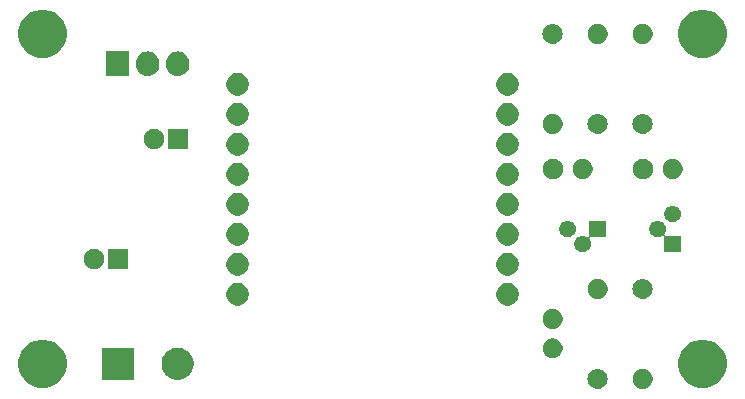
<source format=gts>
G04 #@! TF.GenerationSoftware,KiCad,Pcbnew,5.0.2+dfsg1-1*
G04 #@! TF.CreationDate,2019-01-29T13:39:18+01:00*
G04 #@! TF.ProjectId,wifi_noise_gen,77696669-5f6e-46f6-9973-655f67656e2e,rev?*
G04 #@! TF.SameCoordinates,Original*
G04 #@! TF.FileFunction,Soldermask,Top*
G04 #@! TF.FilePolarity,Negative*
%FSLAX46Y46*%
G04 Gerber Fmt 4.6, Leading zero omitted, Abs format (unit mm)*
G04 Created by KiCad (PCBNEW 5.0.2+dfsg1-1) date Tue 29 Jan 2019 01:39:18 PM STD*
%MOMM*%
%LPD*%
G01*
G04 APERTURE LIST*
%ADD10C,0.100000*%
G04 APERTURE END LIST*
D10*
G36*
X147568228Y-98241703D02*
X147723100Y-98305853D01*
X147862481Y-98398985D01*
X147981015Y-98517519D01*
X148074147Y-98656900D01*
X148138297Y-98811772D01*
X148171000Y-98976184D01*
X148171000Y-99143816D01*
X148138297Y-99308228D01*
X148074147Y-99463100D01*
X147981015Y-99602481D01*
X147862481Y-99721015D01*
X147723100Y-99814147D01*
X147568228Y-99878297D01*
X147403816Y-99911000D01*
X147236184Y-99911000D01*
X147071772Y-99878297D01*
X146916900Y-99814147D01*
X146777519Y-99721015D01*
X146658985Y-99602481D01*
X146565853Y-99463100D01*
X146501703Y-99308228D01*
X146469000Y-99143816D01*
X146469000Y-98976184D01*
X146501703Y-98811772D01*
X146565853Y-98656900D01*
X146658985Y-98517519D01*
X146777519Y-98398985D01*
X146916900Y-98305853D01*
X147071772Y-98241703D01*
X147236184Y-98209000D01*
X147403816Y-98209000D01*
X147568228Y-98241703D01*
X147568228Y-98241703D01*
G37*
G36*
X143676821Y-98221313D02*
X143676824Y-98221314D01*
X143676825Y-98221314D01*
X143837239Y-98269975D01*
X143837241Y-98269976D01*
X143837244Y-98269977D01*
X143985078Y-98348995D01*
X144114659Y-98455341D01*
X144221005Y-98584922D01*
X144300023Y-98732756D01*
X144300024Y-98732759D01*
X144300025Y-98732761D01*
X144348686Y-98893175D01*
X144348687Y-98893179D01*
X144365117Y-99060000D01*
X144348687Y-99226821D01*
X144348686Y-99226824D01*
X144348686Y-99226825D01*
X144301276Y-99383116D01*
X144300023Y-99387244D01*
X144221005Y-99535078D01*
X144114659Y-99664659D01*
X143985078Y-99771005D01*
X143837244Y-99850023D01*
X143837241Y-99850024D01*
X143837239Y-99850025D01*
X143676825Y-99898686D01*
X143676824Y-99898686D01*
X143676821Y-99898687D01*
X143551804Y-99911000D01*
X143468196Y-99911000D01*
X143343179Y-99898687D01*
X143343176Y-99898686D01*
X143343175Y-99898686D01*
X143182761Y-99850025D01*
X143182759Y-99850024D01*
X143182756Y-99850023D01*
X143034922Y-99771005D01*
X142905341Y-99664659D01*
X142798995Y-99535078D01*
X142719977Y-99387244D01*
X142718725Y-99383116D01*
X142671314Y-99226825D01*
X142671314Y-99226824D01*
X142671313Y-99226821D01*
X142654883Y-99060000D01*
X142671313Y-98893179D01*
X142671314Y-98893175D01*
X142719975Y-98732761D01*
X142719976Y-98732759D01*
X142719977Y-98732756D01*
X142798995Y-98584922D01*
X142905341Y-98455341D01*
X143034922Y-98348995D01*
X143182756Y-98269977D01*
X143182759Y-98269976D01*
X143182761Y-98269975D01*
X143343175Y-98221314D01*
X143343176Y-98221314D01*
X143343179Y-98221313D01*
X143468196Y-98209000D01*
X143551804Y-98209000D01*
X143676821Y-98221313D01*
X143676821Y-98221313D01*
G37*
G36*
X97118252Y-95817818D02*
X97118254Y-95817819D01*
X97118255Y-95817819D01*
X97491513Y-95972427D01*
X97822905Y-96193857D01*
X97827439Y-96196886D01*
X98113114Y-96482561D01*
X98113116Y-96482564D01*
X98337573Y-96818487D01*
X98471168Y-97141015D01*
X98492182Y-97191748D01*
X98571000Y-97587993D01*
X98571000Y-97992007D01*
X98499991Y-98348996D01*
X98492181Y-98388255D01*
X98337573Y-98761513D01*
X98337572Y-98761514D01*
X98113114Y-99097439D01*
X97827439Y-99383114D01*
X97827436Y-99383116D01*
X97491513Y-99607573D01*
X97118255Y-99762181D01*
X97118254Y-99762181D01*
X97118252Y-99762182D01*
X96722007Y-99841000D01*
X96317993Y-99841000D01*
X95921748Y-99762182D01*
X95921746Y-99762181D01*
X95921745Y-99762181D01*
X95548487Y-99607573D01*
X95212564Y-99383116D01*
X95212561Y-99383114D01*
X94926886Y-99097439D01*
X94702428Y-98761514D01*
X94702427Y-98761513D01*
X94547819Y-98388255D01*
X94540010Y-98348996D01*
X94469000Y-97992007D01*
X94469000Y-97587993D01*
X94547818Y-97191748D01*
X94568832Y-97141015D01*
X94702427Y-96818487D01*
X94926884Y-96482564D01*
X94926886Y-96482561D01*
X95212561Y-96196886D01*
X95217095Y-96193857D01*
X95548487Y-95972427D01*
X95921745Y-95817819D01*
X95921746Y-95817819D01*
X95921748Y-95817818D01*
X96317993Y-95739000D01*
X96722007Y-95739000D01*
X97118252Y-95817818D01*
X97118252Y-95817818D01*
G37*
G36*
X152998252Y-95817818D02*
X152998254Y-95817819D01*
X152998255Y-95817819D01*
X153371513Y-95972427D01*
X153702905Y-96193857D01*
X153707439Y-96196886D01*
X153993114Y-96482561D01*
X153993116Y-96482564D01*
X154217573Y-96818487D01*
X154351168Y-97141015D01*
X154372182Y-97191748D01*
X154451000Y-97587993D01*
X154451000Y-97992007D01*
X154379991Y-98348996D01*
X154372181Y-98388255D01*
X154217573Y-98761513D01*
X154217572Y-98761514D01*
X153993114Y-99097439D01*
X153707439Y-99383114D01*
X153707436Y-99383116D01*
X153371513Y-99607573D01*
X152998255Y-99762181D01*
X152998254Y-99762181D01*
X152998252Y-99762182D01*
X152602007Y-99841000D01*
X152197993Y-99841000D01*
X151801748Y-99762182D01*
X151801746Y-99762181D01*
X151801745Y-99762181D01*
X151428487Y-99607573D01*
X151092564Y-99383116D01*
X151092561Y-99383114D01*
X150806886Y-99097439D01*
X150582428Y-98761514D01*
X150582427Y-98761513D01*
X150427819Y-98388255D01*
X150420010Y-98348996D01*
X150349000Y-97992007D01*
X150349000Y-97587993D01*
X150427818Y-97191748D01*
X150448832Y-97141015D01*
X150582427Y-96818487D01*
X150806884Y-96482564D01*
X150806886Y-96482561D01*
X151092561Y-96196886D01*
X151097095Y-96193857D01*
X151428487Y-95972427D01*
X151801745Y-95817819D01*
X151801746Y-95817819D01*
X151801748Y-95817818D01*
X152197993Y-95739000D01*
X152602007Y-95739000D01*
X152998252Y-95817818D01*
X152998252Y-95817818D01*
G37*
G36*
X108213567Y-96464959D02*
X108344072Y-96490918D01*
X108589939Y-96592759D01*
X108792681Y-96728228D01*
X108811215Y-96740612D01*
X108999388Y-96928785D01*
X108999390Y-96928788D01*
X109147241Y-97150061D01*
X109249082Y-97395928D01*
X109301000Y-97656938D01*
X109301000Y-97923062D01*
X109249082Y-98184072D01*
X109147241Y-98429939D01*
X108999890Y-98650464D01*
X108999388Y-98651215D01*
X108811215Y-98839388D01*
X108811212Y-98839390D01*
X108589939Y-98987241D01*
X108344072Y-99089082D01*
X108302058Y-99097439D01*
X108083063Y-99141000D01*
X107816937Y-99141000D01*
X107597942Y-99097439D01*
X107555928Y-99089082D01*
X107310061Y-98987241D01*
X107088788Y-98839390D01*
X107088785Y-98839388D01*
X106900612Y-98651215D01*
X106900110Y-98650464D01*
X106752759Y-98429939D01*
X106650918Y-98184072D01*
X106599000Y-97923062D01*
X106599000Y-97656938D01*
X106650918Y-97395928D01*
X106752759Y-97150061D01*
X106900610Y-96928788D01*
X106900612Y-96928785D01*
X107088785Y-96740612D01*
X107107319Y-96728228D01*
X107310061Y-96592759D01*
X107555928Y-96490918D01*
X107686433Y-96464959D01*
X107816937Y-96439000D01*
X108083063Y-96439000D01*
X108213567Y-96464959D01*
X108213567Y-96464959D01*
G37*
G36*
X104221000Y-99141000D02*
X101519000Y-99141000D01*
X101519000Y-96439000D01*
X104221000Y-96439000D01*
X104221000Y-99141000D01*
X104221000Y-99141000D01*
G37*
G36*
X139948228Y-95661703D02*
X140103100Y-95725853D01*
X140242481Y-95818985D01*
X140361015Y-95937519D01*
X140454147Y-96076900D01*
X140518297Y-96231772D01*
X140551000Y-96396184D01*
X140551000Y-96563816D01*
X140518297Y-96728228D01*
X140454147Y-96883100D01*
X140361015Y-97022481D01*
X140242481Y-97141015D01*
X140103100Y-97234147D01*
X139948228Y-97298297D01*
X139783816Y-97331000D01*
X139616184Y-97331000D01*
X139451772Y-97298297D01*
X139296900Y-97234147D01*
X139157519Y-97141015D01*
X139038985Y-97022481D01*
X138945853Y-96883100D01*
X138881703Y-96728228D01*
X138849000Y-96563816D01*
X138849000Y-96396184D01*
X138881703Y-96231772D01*
X138945853Y-96076900D01*
X139038985Y-95937519D01*
X139157519Y-95818985D01*
X139296900Y-95725853D01*
X139451772Y-95661703D01*
X139616184Y-95629000D01*
X139783816Y-95629000D01*
X139948228Y-95661703D01*
X139948228Y-95661703D01*
G37*
G36*
X139948228Y-93161703D02*
X140103100Y-93225853D01*
X140242481Y-93318985D01*
X140361015Y-93437519D01*
X140454147Y-93576900D01*
X140518297Y-93731772D01*
X140551000Y-93896184D01*
X140551000Y-94063816D01*
X140518297Y-94228228D01*
X140454147Y-94383100D01*
X140361015Y-94522481D01*
X140242481Y-94641015D01*
X140103100Y-94734147D01*
X139948228Y-94798297D01*
X139783816Y-94831000D01*
X139616184Y-94831000D01*
X139451772Y-94798297D01*
X139296900Y-94734147D01*
X139157519Y-94641015D01*
X139038985Y-94522481D01*
X138945853Y-94383100D01*
X138881703Y-94228228D01*
X138849000Y-94063816D01*
X138849000Y-93896184D01*
X138881703Y-93731772D01*
X138945853Y-93576900D01*
X139038985Y-93437519D01*
X139157519Y-93318985D01*
X139296900Y-93225853D01*
X139451772Y-93161703D01*
X139616184Y-93129000D01*
X139783816Y-93129000D01*
X139948228Y-93161703D01*
X139948228Y-93161703D01*
G37*
G36*
X136167396Y-90987281D02*
X136340466Y-91058969D01*
X136496230Y-91163047D01*
X136628688Y-91295505D01*
X136732766Y-91451269D01*
X136804454Y-91624339D01*
X136841000Y-91808068D01*
X136841000Y-91995402D01*
X136804454Y-92179131D01*
X136732766Y-92352201D01*
X136628688Y-92507965D01*
X136496230Y-92640423D01*
X136340466Y-92744501D01*
X136167396Y-92816189D01*
X135983667Y-92852735D01*
X135796333Y-92852735D01*
X135612604Y-92816189D01*
X135439534Y-92744501D01*
X135283770Y-92640423D01*
X135151312Y-92507965D01*
X135047234Y-92352201D01*
X134975546Y-92179131D01*
X134939000Y-91995402D01*
X134939000Y-91808068D01*
X134975546Y-91624339D01*
X135047234Y-91451269D01*
X135151312Y-91295505D01*
X135283770Y-91163047D01*
X135439534Y-91058969D01*
X135612604Y-90987281D01*
X135796333Y-90950735D01*
X135983667Y-90950735D01*
X136167396Y-90987281D01*
X136167396Y-90987281D01*
G37*
G36*
X113307396Y-90987281D02*
X113480466Y-91058969D01*
X113636230Y-91163047D01*
X113768688Y-91295505D01*
X113872766Y-91451269D01*
X113944454Y-91624339D01*
X113981000Y-91808068D01*
X113981000Y-91995402D01*
X113944454Y-92179131D01*
X113872766Y-92352201D01*
X113768688Y-92507965D01*
X113636230Y-92640423D01*
X113480466Y-92744501D01*
X113307396Y-92816189D01*
X113123667Y-92852735D01*
X112936333Y-92852735D01*
X112752604Y-92816189D01*
X112579534Y-92744501D01*
X112423770Y-92640423D01*
X112291312Y-92507965D01*
X112187234Y-92352201D01*
X112115546Y-92179131D01*
X112079000Y-91995402D01*
X112079000Y-91808068D01*
X112115546Y-91624339D01*
X112187234Y-91451269D01*
X112291312Y-91295505D01*
X112423770Y-91163047D01*
X112579534Y-91058969D01*
X112752604Y-90987281D01*
X112936333Y-90950735D01*
X113123667Y-90950735D01*
X113307396Y-90987281D01*
X113307396Y-90987281D01*
G37*
G36*
X147486821Y-90601313D02*
X147486824Y-90601314D01*
X147486825Y-90601314D01*
X147647239Y-90649975D01*
X147647241Y-90649976D01*
X147647244Y-90649977D01*
X147795078Y-90728995D01*
X147924659Y-90835341D01*
X148031005Y-90964922D01*
X148110023Y-91112756D01*
X148110024Y-91112759D01*
X148110025Y-91112761D01*
X148158686Y-91273175D01*
X148158687Y-91273179D01*
X148175117Y-91440000D01*
X148158687Y-91606821D01*
X148158686Y-91606824D01*
X148158686Y-91606825D01*
X148133993Y-91688228D01*
X148110023Y-91767244D01*
X148031005Y-91915078D01*
X147924659Y-92044659D01*
X147795078Y-92151005D01*
X147647244Y-92230023D01*
X147647241Y-92230024D01*
X147647239Y-92230025D01*
X147486825Y-92278686D01*
X147486824Y-92278686D01*
X147486821Y-92278687D01*
X147361804Y-92291000D01*
X147278196Y-92291000D01*
X147153179Y-92278687D01*
X147153176Y-92278686D01*
X147153175Y-92278686D01*
X146992761Y-92230025D01*
X146992759Y-92230024D01*
X146992756Y-92230023D01*
X146844922Y-92151005D01*
X146715341Y-92044659D01*
X146608995Y-91915078D01*
X146529977Y-91767244D01*
X146506008Y-91688228D01*
X146481314Y-91606825D01*
X146481314Y-91606824D01*
X146481313Y-91606821D01*
X146464883Y-91440000D01*
X146481313Y-91273179D01*
X146481314Y-91273175D01*
X146529975Y-91112761D01*
X146529976Y-91112759D01*
X146529977Y-91112756D01*
X146608995Y-90964922D01*
X146715341Y-90835341D01*
X146844922Y-90728995D01*
X146992756Y-90649977D01*
X146992759Y-90649976D01*
X146992761Y-90649975D01*
X147153175Y-90601314D01*
X147153176Y-90601314D01*
X147153179Y-90601313D01*
X147278196Y-90589000D01*
X147361804Y-90589000D01*
X147486821Y-90601313D01*
X147486821Y-90601313D01*
G37*
G36*
X143758228Y-90621703D02*
X143913100Y-90685853D01*
X144052481Y-90778985D01*
X144171015Y-90897519D01*
X144264147Y-91036900D01*
X144328297Y-91191772D01*
X144361000Y-91356184D01*
X144361000Y-91523816D01*
X144328297Y-91688228D01*
X144264147Y-91843100D01*
X144171015Y-91982481D01*
X144052481Y-92101015D01*
X143913100Y-92194147D01*
X143758228Y-92258297D01*
X143593816Y-92291000D01*
X143426184Y-92291000D01*
X143261772Y-92258297D01*
X143106900Y-92194147D01*
X142967519Y-92101015D01*
X142848985Y-91982481D01*
X142755853Y-91843100D01*
X142691703Y-91688228D01*
X142659000Y-91523816D01*
X142659000Y-91356184D01*
X142691703Y-91191772D01*
X142755853Y-91036900D01*
X142848985Y-90897519D01*
X142967519Y-90778985D01*
X143106900Y-90685853D01*
X143261772Y-90621703D01*
X143426184Y-90589000D01*
X143593816Y-90589000D01*
X143758228Y-90621703D01*
X143758228Y-90621703D01*
G37*
G36*
X136167396Y-88447281D02*
X136340466Y-88518969D01*
X136496230Y-88623047D01*
X136628688Y-88755505D01*
X136732766Y-88911269D01*
X136804454Y-89084339D01*
X136841000Y-89268068D01*
X136841000Y-89455402D01*
X136804454Y-89639131D01*
X136732766Y-89812201D01*
X136628688Y-89967965D01*
X136496230Y-90100423D01*
X136340466Y-90204501D01*
X136167396Y-90276189D01*
X135983667Y-90312735D01*
X135796333Y-90312735D01*
X135612604Y-90276189D01*
X135439534Y-90204501D01*
X135283770Y-90100423D01*
X135151312Y-89967965D01*
X135047234Y-89812201D01*
X134975546Y-89639131D01*
X134939000Y-89455402D01*
X134939000Y-89268068D01*
X134975546Y-89084339D01*
X135047234Y-88911269D01*
X135151312Y-88755505D01*
X135283770Y-88623047D01*
X135439534Y-88518969D01*
X135612604Y-88447281D01*
X135796333Y-88410735D01*
X135983667Y-88410735D01*
X136167396Y-88447281D01*
X136167396Y-88447281D01*
G37*
G36*
X113307396Y-88447281D02*
X113480466Y-88518969D01*
X113636230Y-88623047D01*
X113768688Y-88755505D01*
X113872766Y-88911269D01*
X113944454Y-89084339D01*
X113981000Y-89268068D01*
X113981000Y-89455402D01*
X113944454Y-89639131D01*
X113872766Y-89812201D01*
X113768688Y-89967965D01*
X113636230Y-90100423D01*
X113480466Y-90204501D01*
X113307396Y-90276189D01*
X113123667Y-90312735D01*
X112936333Y-90312735D01*
X112752604Y-90276189D01*
X112579534Y-90204501D01*
X112423770Y-90100423D01*
X112291312Y-89967965D01*
X112187234Y-89812201D01*
X112115546Y-89639131D01*
X112079000Y-89455402D01*
X112079000Y-89268068D01*
X112115546Y-89084339D01*
X112187234Y-88911269D01*
X112291312Y-88755505D01*
X112423770Y-88623047D01*
X112579534Y-88518969D01*
X112752604Y-88447281D01*
X112936333Y-88410735D01*
X113123667Y-88410735D01*
X113307396Y-88447281D01*
X113307396Y-88447281D01*
G37*
G36*
X103721000Y-89751000D02*
X102019000Y-89751000D01*
X102019000Y-88049000D01*
X103721000Y-88049000D01*
X103721000Y-89751000D01*
X103721000Y-89751000D01*
G37*
G36*
X101118228Y-88081703D02*
X101273100Y-88145853D01*
X101412481Y-88238985D01*
X101531015Y-88357519D01*
X101624147Y-88496900D01*
X101688297Y-88651772D01*
X101721000Y-88816184D01*
X101721000Y-88983816D01*
X101688297Y-89148228D01*
X101624147Y-89303100D01*
X101531015Y-89442481D01*
X101412481Y-89561015D01*
X101273100Y-89654147D01*
X101118228Y-89718297D01*
X100953816Y-89751000D01*
X100786184Y-89751000D01*
X100621772Y-89718297D01*
X100466900Y-89654147D01*
X100327519Y-89561015D01*
X100208985Y-89442481D01*
X100115853Y-89303100D01*
X100051703Y-89148228D01*
X100019000Y-88983816D01*
X100019000Y-88816184D01*
X100051703Y-88651772D01*
X100115853Y-88496900D01*
X100208985Y-88357519D01*
X100327519Y-88238985D01*
X100466900Y-88145853D01*
X100621772Y-88081703D01*
X100786184Y-88049000D01*
X100953816Y-88049000D01*
X101118228Y-88081703D01*
X101118228Y-88081703D01*
G37*
G36*
X144211000Y-87061000D02*
X142936751Y-87061000D01*
X142912365Y-87063402D01*
X142888916Y-87070515D01*
X142867305Y-87082066D01*
X142848363Y-87097612D01*
X142832817Y-87116554D01*
X142821266Y-87138165D01*
X142814153Y-87161614D01*
X142811751Y-87186000D01*
X142814153Y-87210386D01*
X142821266Y-87233835D01*
X142832817Y-87255446D01*
X142861218Y-87297951D01*
X142914062Y-87425528D01*
X142941000Y-87560956D01*
X142941000Y-87699044D01*
X142914062Y-87834472D01*
X142861218Y-87962049D01*
X142784500Y-88076865D01*
X142686865Y-88174500D01*
X142572049Y-88251218D01*
X142444472Y-88304062D01*
X142309044Y-88331000D01*
X142170956Y-88331000D01*
X142035528Y-88304062D01*
X141907951Y-88251218D01*
X141793135Y-88174500D01*
X141695500Y-88076865D01*
X141618782Y-87962049D01*
X141565938Y-87834472D01*
X141539000Y-87699044D01*
X141539000Y-87560956D01*
X141565938Y-87425528D01*
X141618782Y-87297951D01*
X141695500Y-87183135D01*
X141793135Y-87085500D01*
X141907951Y-87008782D01*
X142035528Y-86955938D01*
X142170956Y-86929000D01*
X142309044Y-86929000D01*
X142444472Y-86955938D01*
X142572049Y-87008782D01*
X142614554Y-87037183D01*
X142636165Y-87048734D01*
X142659614Y-87055847D01*
X142684000Y-87058249D01*
X142708386Y-87055847D01*
X142731836Y-87048734D01*
X142753446Y-87037183D01*
X142772388Y-87021637D01*
X142787934Y-87002695D01*
X142799485Y-86981084D01*
X142806598Y-86957635D01*
X142809000Y-86933249D01*
X142809000Y-85659000D01*
X144211000Y-85659000D01*
X144211000Y-87061000D01*
X144211000Y-87061000D01*
G37*
G36*
X148794472Y-85685938D02*
X148922049Y-85738782D01*
X149036865Y-85815500D01*
X149134500Y-85913135D01*
X149211218Y-86027951D01*
X149264062Y-86155528D01*
X149291000Y-86290956D01*
X149291000Y-86429044D01*
X149264062Y-86564472D01*
X149211218Y-86692049D01*
X149182817Y-86734554D01*
X149171266Y-86756165D01*
X149164153Y-86779614D01*
X149161751Y-86804000D01*
X149164153Y-86828386D01*
X149171266Y-86851836D01*
X149182817Y-86873446D01*
X149198363Y-86892388D01*
X149217305Y-86907934D01*
X149238916Y-86919485D01*
X149262365Y-86926598D01*
X149286751Y-86929000D01*
X150561000Y-86929000D01*
X150561000Y-88331000D01*
X149159000Y-88331000D01*
X149159000Y-87056751D01*
X149156598Y-87032365D01*
X149149485Y-87008916D01*
X149137934Y-86987305D01*
X149122388Y-86968363D01*
X149103446Y-86952817D01*
X149081835Y-86941266D01*
X149058386Y-86934153D01*
X149034000Y-86931751D01*
X149009614Y-86934153D01*
X148986165Y-86941266D01*
X148964554Y-86952817D01*
X148922049Y-86981218D01*
X148794472Y-87034062D01*
X148659044Y-87061000D01*
X148520956Y-87061000D01*
X148385528Y-87034062D01*
X148257951Y-86981218D01*
X148143135Y-86904500D01*
X148045500Y-86806865D01*
X147968782Y-86692049D01*
X147915938Y-86564472D01*
X147889000Y-86429044D01*
X147889000Y-86290956D01*
X147915938Y-86155528D01*
X147968782Y-86027951D01*
X148045500Y-85913135D01*
X148143135Y-85815500D01*
X148257951Y-85738782D01*
X148385528Y-85685938D01*
X148520956Y-85659000D01*
X148659044Y-85659000D01*
X148794472Y-85685938D01*
X148794472Y-85685938D01*
G37*
G36*
X136167396Y-85907281D02*
X136340466Y-85978969D01*
X136496230Y-86083047D01*
X136628688Y-86215505D01*
X136732766Y-86371269D01*
X136804454Y-86544339D01*
X136841000Y-86728068D01*
X136841000Y-86915402D01*
X136804454Y-87099131D01*
X136732766Y-87272201D01*
X136628688Y-87427965D01*
X136496230Y-87560423D01*
X136340466Y-87664501D01*
X136167396Y-87736189D01*
X135983667Y-87772735D01*
X135796333Y-87772735D01*
X135612604Y-87736189D01*
X135439534Y-87664501D01*
X135283770Y-87560423D01*
X135151312Y-87427965D01*
X135047234Y-87272201D01*
X134975546Y-87099131D01*
X134939000Y-86915402D01*
X134939000Y-86728068D01*
X134975546Y-86544339D01*
X135047234Y-86371269D01*
X135151312Y-86215505D01*
X135283770Y-86083047D01*
X135439534Y-85978969D01*
X135612604Y-85907281D01*
X135796333Y-85870735D01*
X135983667Y-85870735D01*
X136167396Y-85907281D01*
X136167396Y-85907281D01*
G37*
G36*
X113307396Y-85907281D02*
X113480466Y-85978969D01*
X113636230Y-86083047D01*
X113768688Y-86215505D01*
X113872766Y-86371269D01*
X113944454Y-86544339D01*
X113981000Y-86728068D01*
X113981000Y-86915402D01*
X113944454Y-87099131D01*
X113872766Y-87272201D01*
X113768688Y-87427965D01*
X113636230Y-87560423D01*
X113480466Y-87664501D01*
X113307396Y-87736189D01*
X113123667Y-87772735D01*
X112936333Y-87772735D01*
X112752604Y-87736189D01*
X112579534Y-87664501D01*
X112423770Y-87560423D01*
X112291312Y-87427965D01*
X112187234Y-87272201D01*
X112115546Y-87099131D01*
X112079000Y-86915402D01*
X112079000Y-86728068D01*
X112115546Y-86544339D01*
X112187234Y-86371269D01*
X112291312Y-86215505D01*
X112423770Y-86083047D01*
X112579534Y-85978969D01*
X112752604Y-85907281D01*
X112936333Y-85870735D01*
X113123667Y-85870735D01*
X113307396Y-85907281D01*
X113307396Y-85907281D01*
G37*
G36*
X141174472Y-85685938D02*
X141302049Y-85738782D01*
X141416865Y-85815500D01*
X141514500Y-85913135D01*
X141591218Y-86027951D01*
X141644062Y-86155528D01*
X141671000Y-86290956D01*
X141671000Y-86429044D01*
X141644062Y-86564472D01*
X141591218Y-86692049D01*
X141514500Y-86806865D01*
X141416865Y-86904500D01*
X141302049Y-86981218D01*
X141174472Y-87034062D01*
X141039044Y-87061000D01*
X140900956Y-87061000D01*
X140765528Y-87034062D01*
X140637951Y-86981218D01*
X140523135Y-86904500D01*
X140425500Y-86806865D01*
X140348782Y-86692049D01*
X140295938Y-86564472D01*
X140269000Y-86429044D01*
X140269000Y-86290956D01*
X140295938Y-86155528D01*
X140348782Y-86027951D01*
X140425500Y-85913135D01*
X140523135Y-85815500D01*
X140637951Y-85738782D01*
X140765528Y-85685938D01*
X140900956Y-85659000D01*
X141039044Y-85659000D01*
X141174472Y-85685938D01*
X141174472Y-85685938D01*
G37*
G36*
X150064472Y-84415938D02*
X150192049Y-84468782D01*
X150306865Y-84545500D01*
X150404500Y-84643135D01*
X150481218Y-84757951D01*
X150534062Y-84885528D01*
X150561000Y-85020956D01*
X150561000Y-85159044D01*
X150534062Y-85294472D01*
X150481218Y-85422049D01*
X150404500Y-85536865D01*
X150306865Y-85634500D01*
X150192049Y-85711218D01*
X150064472Y-85764062D01*
X149929044Y-85791000D01*
X149790956Y-85791000D01*
X149655528Y-85764062D01*
X149527951Y-85711218D01*
X149413135Y-85634500D01*
X149315500Y-85536865D01*
X149238782Y-85422049D01*
X149185938Y-85294472D01*
X149159000Y-85159044D01*
X149159000Y-85020956D01*
X149185938Y-84885528D01*
X149238782Y-84757951D01*
X149315500Y-84643135D01*
X149413135Y-84545500D01*
X149527951Y-84468782D01*
X149655528Y-84415938D01*
X149790956Y-84389000D01*
X149929044Y-84389000D01*
X150064472Y-84415938D01*
X150064472Y-84415938D01*
G37*
G36*
X113307396Y-83367281D02*
X113480466Y-83438969D01*
X113636230Y-83543047D01*
X113768688Y-83675505D01*
X113872766Y-83831269D01*
X113944454Y-84004339D01*
X113981000Y-84188068D01*
X113981000Y-84375402D01*
X113944454Y-84559131D01*
X113872766Y-84732201D01*
X113768688Y-84887965D01*
X113636230Y-85020423D01*
X113480466Y-85124501D01*
X113307396Y-85196189D01*
X113123667Y-85232735D01*
X112936333Y-85232735D01*
X112752604Y-85196189D01*
X112579534Y-85124501D01*
X112423770Y-85020423D01*
X112291312Y-84887965D01*
X112187234Y-84732201D01*
X112115546Y-84559131D01*
X112079000Y-84375402D01*
X112079000Y-84188068D01*
X112115546Y-84004339D01*
X112187234Y-83831269D01*
X112291312Y-83675505D01*
X112423770Y-83543047D01*
X112579534Y-83438969D01*
X112752604Y-83367281D01*
X112936333Y-83330735D01*
X113123667Y-83330735D01*
X113307396Y-83367281D01*
X113307396Y-83367281D01*
G37*
G36*
X136167396Y-83367281D02*
X136340466Y-83438969D01*
X136496230Y-83543047D01*
X136628688Y-83675505D01*
X136732766Y-83831269D01*
X136804454Y-84004339D01*
X136841000Y-84188068D01*
X136841000Y-84375402D01*
X136804454Y-84559131D01*
X136732766Y-84732201D01*
X136628688Y-84887965D01*
X136496230Y-85020423D01*
X136340466Y-85124501D01*
X136167396Y-85196189D01*
X135983667Y-85232735D01*
X135796333Y-85232735D01*
X135612604Y-85196189D01*
X135439534Y-85124501D01*
X135283770Y-85020423D01*
X135151312Y-84887965D01*
X135047234Y-84732201D01*
X134975546Y-84559131D01*
X134939000Y-84375402D01*
X134939000Y-84188068D01*
X134975546Y-84004339D01*
X135047234Y-83831269D01*
X135151312Y-83675505D01*
X135283770Y-83543047D01*
X135439534Y-83438969D01*
X135612604Y-83367281D01*
X135796333Y-83330735D01*
X135983667Y-83330735D01*
X136167396Y-83367281D01*
X136167396Y-83367281D01*
G37*
G36*
X136167396Y-80827281D02*
X136340466Y-80898969D01*
X136496230Y-81003047D01*
X136628688Y-81135505D01*
X136732766Y-81291269D01*
X136804454Y-81464339D01*
X136841000Y-81648068D01*
X136841000Y-81835402D01*
X136804454Y-82019131D01*
X136732766Y-82192201D01*
X136628688Y-82347965D01*
X136496230Y-82480423D01*
X136340466Y-82584501D01*
X136167396Y-82656189D01*
X135983667Y-82692735D01*
X135796333Y-82692735D01*
X135612604Y-82656189D01*
X135439534Y-82584501D01*
X135283770Y-82480423D01*
X135151312Y-82347965D01*
X135047234Y-82192201D01*
X134975546Y-82019131D01*
X134939000Y-81835402D01*
X134939000Y-81648068D01*
X134975546Y-81464339D01*
X135047234Y-81291269D01*
X135151312Y-81135505D01*
X135283770Y-81003047D01*
X135439534Y-80898969D01*
X135612604Y-80827281D01*
X135796333Y-80790735D01*
X135983667Y-80790735D01*
X136167396Y-80827281D01*
X136167396Y-80827281D01*
G37*
G36*
X113307396Y-80827281D02*
X113480466Y-80898969D01*
X113636230Y-81003047D01*
X113768688Y-81135505D01*
X113872766Y-81291269D01*
X113944454Y-81464339D01*
X113981000Y-81648068D01*
X113981000Y-81835402D01*
X113944454Y-82019131D01*
X113872766Y-82192201D01*
X113768688Y-82347965D01*
X113636230Y-82480423D01*
X113480466Y-82584501D01*
X113307396Y-82656189D01*
X113123667Y-82692735D01*
X112936333Y-82692735D01*
X112752604Y-82656189D01*
X112579534Y-82584501D01*
X112423770Y-82480423D01*
X112291312Y-82347965D01*
X112187234Y-82192201D01*
X112115546Y-82019131D01*
X112079000Y-81835402D01*
X112079000Y-81648068D01*
X112115546Y-81464339D01*
X112187234Y-81291269D01*
X112291312Y-81135505D01*
X112423770Y-81003047D01*
X112579534Y-80898969D01*
X112752604Y-80827281D01*
X112936333Y-80790735D01*
X113123667Y-80790735D01*
X113307396Y-80827281D01*
X113307396Y-80827281D01*
G37*
G36*
X150108228Y-80461703D02*
X150263100Y-80525853D01*
X150402481Y-80618985D01*
X150521015Y-80737519D01*
X150614147Y-80876900D01*
X150678297Y-81031772D01*
X150711000Y-81196184D01*
X150711000Y-81363816D01*
X150678297Y-81528228D01*
X150614147Y-81683100D01*
X150521015Y-81822481D01*
X150402481Y-81941015D01*
X150263100Y-82034147D01*
X150108228Y-82098297D01*
X149943816Y-82131000D01*
X149776184Y-82131000D01*
X149611772Y-82098297D01*
X149456900Y-82034147D01*
X149317519Y-81941015D01*
X149198985Y-81822481D01*
X149105853Y-81683100D01*
X149041703Y-81528228D01*
X149009000Y-81363816D01*
X149009000Y-81196184D01*
X149041703Y-81031772D01*
X149105853Y-80876900D01*
X149198985Y-80737519D01*
X149317519Y-80618985D01*
X149456900Y-80525853D01*
X149611772Y-80461703D01*
X149776184Y-80429000D01*
X149943816Y-80429000D01*
X150108228Y-80461703D01*
X150108228Y-80461703D01*
G37*
G36*
X147608228Y-80461703D02*
X147763100Y-80525853D01*
X147902481Y-80618985D01*
X148021015Y-80737519D01*
X148114147Y-80876900D01*
X148178297Y-81031772D01*
X148211000Y-81196184D01*
X148211000Y-81363816D01*
X148178297Y-81528228D01*
X148114147Y-81683100D01*
X148021015Y-81822481D01*
X147902481Y-81941015D01*
X147763100Y-82034147D01*
X147608228Y-82098297D01*
X147443816Y-82131000D01*
X147276184Y-82131000D01*
X147111772Y-82098297D01*
X146956900Y-82034147D01*
X146817519Y-81941015D01*
X146698985Y-81822481D01*
X146605853Y-81683100D01*
X146541703Y-81528228D01*
X146509000Y-81363816D01*
X146509000Y-81196184D01*
X146541703Y-81031772D01*
X146605853Y-80876900D01*
X146698985Y-80737519D01*
X146817519Y-80618985D01*
X146956900Y-80525853D01*
X147111772Y-80461703D01*
X147276184Y-80429000D01*
X147443816Y-80429000D01*
X147608228Y-80461703D01*
X147608228Y-80461703D01*
G37*
G36*
X139988228Y-80461703D02*
X140143100Y-80525853D01*
X140282481Y-80618985D01*
X140401015Y-80737519D01*
X140494147Y-80876900D01*
X140558297Y-81031772D01*
X140591000Y-81196184D01*
X140591000Y-81363816D01*
X140558297Y-81528228D01*
X140494147Y-81683100D01*
X140401015Y-81822481D01*
X140282481Y-81941015D01*
X140143100Y-82034147D01*
X139988228Y-82098297D01*
X139823816Y-82131000D01*
X139656184Y-82131000D01*
X139491772Y-82098297D01*
X139336900Y-82034147D01*
X139197519Y-81941015D01*
X139078985Y-81822481D01*
X138985853Y-81683100D01*
X138921703Y-81528228D01*
X138889000Y-81363816D01*
X138889000Y-81196184D01*
X138921703Y-81031772D01*
X138985853Y-80876900D01*
X139078985Y-80737519D01*
X139197519Y-80618985D01*
X139336900Y-80525853D01*
X139491772Y-80461703D01*
X139656184Y-80429000D01*
X139823816Y-80429000D01*
X139988228Y-80461703D01*
X139988228Y-80461703D01*
G37*
G36*
X142488228Y-80461703D02*
X142643100Y-80525853D01*
X142782481Y-80618985D01*
X142901015Y-80737519D01*
X142994147Y-80876900D01*
X143058297Y-81031772D01*
X143091000Y-81196184D01*
X143091000Y-81363816D01*
X143058297Y-81528228D01*
X142994147Y-81683100D01*
X142901015Y-81822481D01*
X142782481Y-81941015D01*
X142643100Y-82034147D01*
X142488228Y-82098297D01*
X142323816Y-82131000D01*
X142156184Y-82131000D01*
X141991772Y-82098297D01*
X141836900Y-82034147D01*
X141697519Y-81941015D01*
X141578985Y-81822481D01*
X141485853Y-81683100D01*
X141421703Y-81528228D01*
X141389000Y-81363816D01*
X141389000Y-81196184D01*
X141421703Y-81031772D01*
X141485853Y-80876900D01*
X141578985Y-80737519D01*
X141697519Y-80618985D01*
X141836900Y-80525853D01*
X141991772Y-80461703D01*
X142156184Y-80429000D01*
X142323816Y-80429000D01*
X142488228Y-80461703D01*
X142488228Y-80461703D01*
G37*
G36*
X113307396Y-78287281D02*
X113480466Y-78358969D01*
X113636230Y-78463047D01*
X113768688Y-78595505D01*
X113872766Y-78751269D01*
X113944454Y-78924339D01*
X113981000Y-79108068D01*
X113981000Y-79295402D01*
X113944454Y-79479131D01*
X113872766Y-79652201D01*
X113768688Y-79807965D01*
X113636230Y-79940423D01*
X113480466Y-80044501D01*
X113307396Y-80116189D01*
X113123667Y-80152735D01*
X112936333Y-80152735D01*
X112752604Y-80116189D01*
X112579534Y-80044501D01*
X112423770Y-79940423D01*
X112291312Y-79807965D01*
X112187234Y-79652201D01*
X112115546Y-79479131D01*
X112079000Y-79295402D01*
X112079000Y-79108068D01*
X112115546Y-78924339D01*
X112187234Y-78751269D01*
X112291312Y-78595505D01*
X112423770Y-78463047D01*
X112579534Y-78358969D01*
X112752604Y-78287281D01*
X112936333Y-78250735D01*
X113123667Y-78250735D01*
X113307396Y-78287281D01*
X113307396Y-78287281D01*
G37*
G36*
X136167396Y-78287281D02*
X136340466Y-78358969D01*
X136496230Y-78463047D01*
X136628688Y-78595505D01*
X136732766Y-78751269D01*
X136804454Y-78924339D01*
X136841000Y-79108068D01*
X136841000Y-79295402D01*
X136804454Y-79479131D01*
X136732766Y-79652201D01*
X136628688Y-79807965D01*
X136496230Y-79940423D01*
X136340466Y-80044501D01*
X136167396Y-80116189D01*
X135983667Y-80152735D01*
X135796333Y-80152735D01*
X135612604Y-80116189D01*
X135439534Y-80044501D01*
X135283770Y-79940423D01*
X135151312Y-79807965D01*
X135047234Y-79652201D01*
X134975546Y-79479131D01*
X134939000Y-79295402D01*
X134939000Y-79108068D01*
X134975546Y-78924339D01*
X135047234Y-78751269D01*
X135151312Y-78595505D01*
X135283770Y-78463047D01*
X135439534Y-78358969D01*
X135612604Y-78287281D01*
X135796333Y-78250735D01*
X135983667Y-78250735D01*
X136167396Y-78287281D01*
X136167396Y-78287281D01*
G37*
G36*
X108801000Y-79591000D02*
X107099000Y-79591000D01*
X107099000Y-77889000D01*
X108801000Y-77889000D01*
X108801000Y-79591000D01*
X108801000Y-79591000D01*
G37*
G36*
X106198228Y-77921703D02*
X106353100Y-77985853D01*
X106492481Y-78078985D01*
X106611015Y-78197519D01*
X106704147Y-78336900D01*
X106768297Y-78491772D01*
X106801000Y-78656184D01*
X106801000Y-78823816D01*
X106768297Y-78988228D01*
X106704147Y-79143100D01*
X106611015Y-79282481D01*
X106492481Y-79401015D01*
X106353100Y-79494147D01*
X106198228Y-79558297D01*
X106033816Y-79591000D01*
X105866184Y-79591000D01*
X105701772Y-79558297D01*
X105546900Y-79494147D01*
X105407519Y-79401015D01*
X105288985Y-79282481D01*
X105195853Y-79143100D01*
X105131703Y-78988228D01*
X105099000Y-78823816D01*
X105099000Y-78656184D01*
X105131703Y-78491772D01*
X105195853Y-78336900D01*
X105288985Y-78197519D01*
X105407519Y-78078985D01*
X105546900Y-77985853D01*
X105701772Y-77921703D01*
X105866184Y-77889000D01*
X106033816Y-77889000D01*
X106198228Y-77921703D01*
X106198228Y-77921703D01*
G37*
G36*
X143676821Y-76631313D02*
X143676824Y-76631314D01*
X143676825Y-76631314D01*
X143837239Y-76679975D01*
X143837241Y-76679976D01*
X143837244Y-76679977D01*
X143985078Y-76758995D01*
X144114659Y-76865341D01*
X144221005Y-76994922D01*
X144300023Y-77142756D01*
X144300024Y-77142759D01*
X144300025Y-77142761D01*
X144338004Y-77267962D01*
X144348687Y-77303179D01*
X144365117Y-77470000D01*
X144348687Y-77636821D01*
X144348686Y-77636824D01*
X144348686Y-77636825D01*
X144323993Y-77718228D01*
X144300023Y-77797244D01*
X144221005Y-77945078D01*
X144114659Y-78074659D01*
X143985078Y-78181005D01*
X143837244Y-78260023D01*
X143837241Y-78260024D01*
X143837239Y-78260025D01*
X143676825Y-78308686D01*
X143676824Y-78308686D01*
X143676821Y-78308687D01*
X143551804Y-78321000D01*
X143468196Y-78321000D01*
X143343179Y-78308687D01*
X143343176Y-78308686D01*
X143343175Y-78308686D01*
X143182761Y-78260025D01*
X143182759Y-78260024D01*
X143182756Y-78260023D01*
X143034922Y-78181005D01*
X142905341Y-78074659D01*
X142798995Y-77945078D01*
X142719977Y-77797244D01*
X142696008Y-77718228D01*
X142671314Y-77636825D01*
X142671314Y-77636824D01*
X142671313Y-77636821D01*
X142654883Y-77470000D01*
X142671313Y-77303179D01*
X142681996Y-77267962D01*
X142719975Y-77142761D01*
X142719976Y-77142759D01*
X142719977Y-77142756D01*
X142798995Y-76994922D01*
X142905341Y-76865341D01*
X143034922Y-76758995D01*
X143182756Y-76679977D01*
X143182759Y-76679976D01*
X143182761Y-76679975D01*
X143343175Y-76631314D01*
X143343176Y-76631314D01*
X143343179Y-76631313D01*
X143468196Y-76619000D01*
X143551804Y-76619000D01*
X143676821Y-76631313D01*
X143676821Y-76631313D01*
G37*
G36*
X147486821Y-76631313D02*
X147486824Y-76631314D01*
X147486825Y-76631314D01*
X147647239Y-76679975D01*
X147647241Y-76679976D01*
X147647244Y-76679977D01*
X147795078Y-76758995D01*
X147924659Y-76865341D01*
X148031005Y-76994922D01*
X148110023Y-77142756D01*
X148110024Y-77142759D01*
X148110025Y-77142761D01*
X148148004Y-77267962D01*
X148158687Y-77303179D01*
X148175117Y-77470000D01*
X148158687Y-77636821D01*
X148158686Y-77636824D01*
X148158686Y-77636825D01*
X148133993Y-77718228D01*
X148110023Y-77797244D01*
X148031005Y-77945078D01*
X147924659Y-78074659D01*
X147795078Y-78181005D01*
X147647244Y-78260023D01*
X147647241Y-78260024D01*
X147647239Y-78260025D01*
X147486825Y-78308686D01*
X147486824Y-78308686D01*
X147486821Y-78308687D01*
X147361804Y-78321000D01*
X147278196Y-78321000D01*
X147153179Y-78308687D01*
X147153176Y-78308686D01*
X147153175Y-78308686D01*
X146992761Y-78260025D01*
X146992759Y-78260024D01*
X146992756Y-78260023D01*
X146844922Y-78181005D01*
X146715341Y-78074659D01*
X146608995Y-77945078D01*
X146529977Y-77797244D01*
X146506008Y-77718228D01*
X146481314Y-77636825D01*
X146481314Y-77636824D01*
X146481313Y-77636821D01*
X146464883Y-77470000D01*
X146481313Y-77303179D01*
X146491996Y-77267962D01*
X146529975Y-77142761D01*
X146529976Y-77142759D01*
X146529977Y-77142756D01*
X146608995Y-76994922D01*
X146715341Y-76865341D01*
X146844922Y-76758995D01*
X146992756Y-76679977D01*
X146992759Y-76679976D01*
X146992761Y-76679975D01*
X147153175Y-76631314D01*
X147153176Y-76631314D01*
X147153179Y-76631313D01*
X147278196Y-76619000D01*
X147361804Y-76619000D01*
X147486821Y-76631313D01*
X147486821Y-76631313D01*
G37*
G36*
X139948228Y-76651703D02*
X140103100Y-76715853D01*
X140242481Y-76808985D01*
X140361015Y-76927519D01*
X140454147Y-77066900D01*
X140518297Y-77221772D01*
X140551000Y-77386184D01*
X140551000Y-77553816D01*
X140518297Y-77718228D01*
X140454147Y-77873100D01*
X140361015Y-78012481D01*
X140242481Y-78131015D01*
X140103100Y-78224147D01*
X139948228Y-78288297D01*
X139783816Y-78321000D01*
X139616184Y-78321000D01*
X139451772Y-78288297D01*
X139296900Y-78224147D01*
X139157519Y-78131015D01*
X139038985Y-78012481D01*
X138945853Y-77873100D01*
X138881703Y-77718228D01*
X138849000Y-77553816D01*
X138849000Y-77386184D01*
X138881703Y-77221772D01*
X138945853Y-77066900D01*
X139038985Y-76927519D01*
X139157519Y-76808985D01*
X139296900Y-76715853D01*
X139451772Y-76651703D01*
X139616184Y-76619000D01*
X139783816Y-76619000D01*
X139948228Y-76651703D01*
X139948228Y-76651703D01*
G37*
G36*
X136167396Y-75747281D02*
X136340466Y-75818969D01*
X136496230Y-75923047D01*
X136628688Y-76055505D01*
X136732766Y-76211269D01*
X136804454Y-76384339D01*
X136841000Y-76568068D01*
X136841000Y-76755402D01*
X136804454Y-76939131D01*
X136732766Y-77112201D01*
X136628688Y-77267965D01*
X136496230Y-77400423D01*
X136340466Y-77504501D01*
X136167396Y-77576189D01*
X135983667Y-77612735D01*
X135796333Y-77612735D01*
X135612604Y-77576189D01*
X135439534Y-77504501D01*
X135283770Y-77400423D01*
X135151312Y-77267965D01*
X135047234Y-77112201D01*
X134975546Y-76939131D01*
X134939000Y-76755402D01*
X134939000Y-76568068D01*
X134975546Y-76384339D01*
X135047234Y-76211269D01*
X135151312Y-76055505D01*
X135283770Y-75923047D01*
X135439534Y-75818969D01*
X135612604Y-75747281D01*
X135796333Y-75710735D01*
X135983667Y-75710735D01*
X136167396Y-75747281D01*
X136167396Y-75747281D01*
G37*
G36*
X113307396Y-75747281D02*
X113480466Y-75818969D01*
X113636230Y-75923047D01*
X113768688Y-76055505D01*
X113872766Y-76211269D01*
X113944454Y-76384339D01*
X113981000Y-76568068D01*
X113981000Y-76755402D01*
X113944454Y-76939131D01*
X113872766Y-77112201D01*
X113768688Y-77267965D01*
X113636230Y-77400423D01*
X113480466Y-77504501D01*
X113307396Y-77576189D01*
X113123667Y-77612735D01*
X112936333Y-77612735D01*
X112752604Y-77576189D01*
X112579534Y-77504501D01*
X112423770Y-77400423D01*
X112291312Y-77267965D01*
X112187234Y-77112201D01*
X112115546Y-76939131D01*
X112079000Y-76755402D01*
X112079000Y-76568068D01*
X112115546Y-76384339D01*
X112187234Y-76211269D01*
X112291312Y-76055505D01*
X112423770Y-75923047D01*
X112579534Y-75818969D01*
X112752604Y-75747281D01*
X112936333Y-75710735D01*
X113123667Y-75710735D01*
X113307396Y-75747281D01*
X113307396Y-75747281D01*
G37*
G36*
X136167396Y-73207281D02*
X136340466Y-73278969D01*
X136496230Y-73383047D01*
X136628688Y-73515505D01*
X136732766Y-73671269D01*
X136804454Y-73844339D01*
X136841000Y-74028068D01*
X136841000Y-74215402D01*
X136804454Y-74399131D01*
X136732766Y-74572201D01*
X136628688Y-74727965D01*
X136496230Y-74860423D01*
X136340466Y-74964501D01*
X136167396Y-75036189D01*
X135983667Y-75072735D01*
X135796333Y-75072735D01*
X135612604Y-75036189D01*
X135439534Y-74964501D01*
X135283770Y-74860423D01*
X135151312Y-74727965D01*
X135047234Y-74572201D01*
X134975546Y-74399131D01*
X134939000Y-74215402D01*
X134939000Y-74028068D01*
X134975546Y-73844339D01*
X135047234Y-73671269D01*
X135151312Y-73515505D01*
X135283770Y-73383047D01*
X135439534Y-73278969D01*
X135612604Y-73207281D01*
X135796333Y-73170735D01*
X135983667Y-73170735D01*
X136167396Y-73207281D01*
X136167396Y-73207281D01*
G37*
G36*
X113307396Y-73207281D02*
X113480466Y-73278969D01*
X113636230Y-73383047D01*
X113768688Y-73515505D01*
X113872766Y-73671269D01*
X113944454Y-73844339D01*
X113981000Y-74028068D01*
X113981000Y-74215402D01*
X113944454Y-74399131D01*
X113872766Y-74572201D01*
X113768688Y-74727965D01*
X113636230Y-74860423D01*
X113480466Y-74964501D01*
X113307396Y-75036189D01*
X113123667Y-75072735D01*
X112936333Y-75072735D01*
X112752604Y-75036189D01*
X112579534Y-74964501D01*
X112423770Y-74860423D01*
X112291312Y-74727965D01*
X112187234Y-74572201D01*
X112115546Y-74399131D01*
X112079000Y-74215402D01*
X112079000Y-74028068D01*
X112115546Y-73844339D01*
X112187234Y-73671269D01*
X112291312Y-73515505D01*
X112423770Y-73383047D01*
X112579534Y-73278969D01*
X112752604Y-73207281D01*
X112936333Y-73170735D01*
X113123667Y-73170735D01*
X113307396Y-73207281D01*
X113307396Y-73207281D01*
G37*
G36*
X108146719Y-71353520D02*
X108335880Y-71410901D01*
X108510212Y-71504083D01*
X108663015Y-71629485D01*
X108788417Y-71782288D01*
X108881599Y-71956619D01*
X108938980Y-72145780D01*
X108953500Y-72293206D01*
X108953500Y-72486793D01*
X108938980Y-72634219D01*
X108881599Y-72823380D01*
X108788417Y-72997712D01*
X108663015Y-73150515D01*
X108510212Y-73275917D01*
X108335881Y-73369099D01*
X108146720Y-73426480D01*
X107950000Y-73445855D01*
X107753281Y-73426480D01*
X107564120Y-73369099D01*
X107389788Y-73275917D01*
X107236985Y-73150515D01*
X107111583Y-72997712D01*
X107018401Y-72823381D01*
X106961020Y-72634220D01*
X106946500Y-72486794D01*
X106946500Y-72293207D01*
X106961020Y-72145781D01*
X107018401Y-71956620D01*
X107111583Y-71782288D01*
X107236985Y-71629485D01*
X107389788Y-71504083D01*
X107564119Y-71410901D01*
X107753280Y-71353520D01*
X107950000Y-71334145D01*
X108146719Y-71353520D01*
X108146719Y-71353520D01*
G37*
G36*
X105606719Y-71353520D02*
X105795880Y-71410901D01*
X105970212Y-71504083D01*
X106123015Y-71629485D01*
X106248417Y-71782288D01*
X106341599Y-71956619D01*
X106398980Y-72145780D01*
X106413500Y-72293206D01*
X106413500Y-72486793D01*
X106398980Y-72634219D01*
X106341599Y-72823380D01*
X106248417Y-72997712D01*
X106123015Y-73150515D01*
X105970212Y-73275917D01*
X105795881Y-73369099D01*
X105606720Y-73426480D01*
X105410000Y-73445855D01*
X105213281Y-73426480D01*
X105024120Y-73369099D01*
X104849788Y-73275917D01*
X104696985Y-73150515D01*
X104571583Y-72997712D01*
X104478401Y-72823381D01*
X104421020Y-72634220D01*
X104406500Y-72486794D01*
X104406500Y-72293207D01*
X104421020Y-72145781D01*
X104478401Y-71956620D01*
X104571583Y-71782288D01*
X104696985Y-71629485D01*
X104849788Y-71504083D01*
X105024119Y-71410901D01*
X105213280Y-71353520D01*
X105410000Y-71334145D01*
X105606719Y-71353520D01*
X105606719Y-71353520D01*
G37*
G36*
X103873500Y-73441000D02*
X101866500Y-73441000D01*
X101866500Y-71339000D01*
X103873500Y-71339000D01*
X103873500Y-73441000D01*
X103873500Y-73441000D01*
G37*
G36*
X152998252Y-67877818D02*
X152998254Y-67877819D01*
X152998255Y-67877819D01*
X153371513Y-68032427D01*
X153371514Y-68032428D01*
X153707439Y-68256886D01*
X153993114Y-68542561D01*
X153993116Y-68542564D01*
X154217573Y-68878487D01*
X154325479Y-69138996D01*
X154372182Y-69251748D01*
X154451000Y-69647993D01*
X154451000Y-70052007D01*
X154383276Y-70392481D01*
X154372181Y-70448255D01*
X154217573Y-70821513D01*
X154217572Y-70821514D01*
X153993114Y-71157439D01*
X153707439Y-71443114D01*
X153707436Y-71443116D01*
X153371513Y-71667573D01*
X152998255Y-71822181D01*
X152998254Y-71822181D01*
X152998252Y-71822182D01*
X152602007Y-71901000D01*
X152197993Y-71901000D01*
X151801748Y-71822182D01*
X151801746Y-71822181D01*
X151801745Y-71822181D01*
X151428487Y-71667573D01*
X151092564Y-71443116D01*
X151092561Y-71443114D01*
X150806886Y-71157439D01*
X150582428Y-70821514D01*
X150582427Y-70821513D01*
X150427819Y-70448255D01*
X150416725Y-70392481D01*
X150349000Y-70052007D01*
X150349000Y-69647993D01*
X150427818Y-69251748D01*
X150474521Y-69138996D01*
X150582427Y-68878487D01*
X150806884Y-68542564D01*
X150806886Y-68542561D01*
X151092561Y-68256886D01*
X151428486Y-68032428D01*
X151428487Y-68032427D01*
X151801745Y-67877819D01*
X151801746Y-67877819D01*
X151801748Y-67877818D01*
X152197993Y-67799000D01*
X152602007Y-67799000D01*
X152998252Y-67877818D01*
X152998252Y-67877818D01*
G37*
G36*
X97118252Y-67877818D02*
X97118254Y-67877819D01*
X97118255Y-67877819D01*
X97491513Y-68032427D01*
X97491514Y-68032428D01*
X97827439Y-68256886D01*
X98113114Y-68542561D01*
X98113116Y-68542564D01*
X98337573Y-68878487D01*
X98445479Y-69138996D01*
X98492182Y-69251748D01*
X98571000Y-69647993D01*
X98571000Y-70052007D01*
X98503276Y-70392481D01*
X98492181Y-70448255D01*
X98337573Y-70821513D01*
X98337572Y-70821514D01*
X98113114Y-71157439D01*
X97827439Y-71443114D01*
X97827436Y-71443116D01*
X97491513Y-71667573D01*
X97118255Y-71822181D01*
X97118254Y-71822181D01*
X97118252Y-71822182D01*
X96722007Y-71901000D01*
X96317993Y-71901000D01*
X95921748Y-71822182D01*
X95921746Y-71822181D01*
X95921745Y-71822181D01*
X95548487Y-71667573D01*
X95212564Y-71443116D01*
X95212561Y-71443114D01*
X94926886Y-71157439D01*
X94702428Y-70821514D01*
X94702427Y-70821513D01*
X94547819Y-70448255D01*
X94536725Y-70392481D01*
X94469000Y-70052007D01*
X94469000Y-69647993D01*
X94547818Y-69251748D01*
X94594521Y-69138996D01*
X94702427Y-68878487D01*
X94926884Y-68542564D01*
X94926886Y-68542561D01*
X95212561Y-68256886D01*
X95548486Y-68032428D01*
X95548487Y-68032427D01*
X95921745Y-67877819D01*
X95921746Y-67877819D01*
X95921748Y-67877818D01*
X96317993Y-67799000D01*
X96722007Y-67799000D01*
X97118252Y-67877818D01*
X97118252Y-67877818D01*
G37*
G36*
X147568228Y-69031703D02*
X147723100Y-69095853D01*
X147862481Y-69188985D01*
X147981015Y-69307519D01*
X148074147Y-69446900D01*
X148138297Y-69601772D01*
X148171000Y-69766184D01*
X148171000Y-69933816D01*
X148138297Y-70098228D01*
X148074147Y-70253100D01*
X147981015Y-70392481D01*
X147862481Y-70511015D01*
X147723100Y-70604147D01*
X147568228Y-70668297D01*
X147403816Y-70701000D01*
X147236184Y-70701000D01*
X147071772Y-70668297D01*
X146916900Y-70604147D01*
X146777519Y-70511015D01*
X146658985Y-70392481D01*
X146565853Y-70253100D01*
X146501703Y-70098228D01*
X146469000Y-69933816D01*
X146469000Y-69766184D01*
X146501703Y-69601772D01*
X146565853Y-69446900D01*
X146658985Y-69307519D01*
X146777519Y-69188985D01*
X146916900Y-69095853D01*
X147071772Y-69031703D01*
X147236184Y-68999000D01*
X147403816Y-68999000D01*
X147568228Y-69031703D01*
X147568228Y-69031703D01*
G37*
G36*
X143758228Y-69031703D02*
X143913100Y-69095853D01*
X144052481Y-69188985D01*
X144171015Y-69307519D01*
X144264147Y-69446900D01*
X144328297Y-69601772D01*
X144361000Y-69766184D01*
X144361000Y-69933816D01*
X144328297Y-70098228D01*
X144264147Y-70253100D01*
X144171015Y-70392481D01*
X144052481Y-70511015D01*
X143913100Y-70604147D01*
X143758228Y-70668297D01*
X143593816Y-70701000D01*
X143426184Y-70701000D01*
X143261772Y-70668297D01*
X143106900Y-70604147D01*
X142967519Y-70511015D01*
X142848985Y-70392481D01*
X142755853Y-70253100D01*
X142691703Y-70098228D01*
X142659000Y-69933816D01*
X142659000Y-69766184D01*
X142691703Y-69601772D01*
X142755853Y-69446900D01*
X142848985Y-69307519D01*
X142967519Y-69188985D01*
X143106900Y-69095853D01*
X143261772Y-69031703D01*
X143426184Y-68999000D01*
X143593816Y-68999000D01*
X143758228Y-69031703D01*
X143758228Y-69031703D01*
G37*
G36*
X139866821Y-69011313D02*
X139866824Y-69011314D01*
X139866825Y-69011314D01*
X140027239Y-69059975D01*
X140027241Y-69059976D01*
X140027244Y-69059977D01*
X140175078Y-69138995D01*
X140304659Y-69245341D01*
X140411005Y-69374922D01*
X140490023Y-69522756D01*
X140490024Y-69522759D01*
X140490025Y-69522761D01*
X140528014Y-69647994D01*
X140538687Y-69683179D01*
X140555117Y-69850000D01*
X140538687Y-70016821D01*
X140538686Y-70016824D01*
X140538686Y-70016825D01*
X140513993Y-70098228D01*
X140490023Y-70177244D01*
X140411005Y-70325078D01*
X140304659Y-70454659D01*
X140175078Y-70561005D01*
X140027244Y-70640023D01*
X140027241Y-70640024D01*
X140027239Y-70640025D01*
X139866825Y-70688686D01*
X139866824Y-70688686D01*
X139866821Y-70688687D01*
X139741804Y-70701000D01*
X139658196Y-70701000D01*
X139533179Y-70688687D01*
X139533176Y-70688686D01*
X139533175Y-70688686D01*
X139372761Y-70640025D01*
X139372759Y-70640024D01*
X139372756Y-70640023D01*
X139224922Y-70561005D01*
X139095341Y-70454659D01*
X138988995Y-70325078D01*
X138909977Y-70177244D01*
X138886008Y-70098228D01*
X138861314Y-70016825D01*
X138861314Y-70016824D01*
X138861313Y-70016821D01*
X138844883Y-69850000D01*
X138861313Y-69683179D01*
X138871986Y-69647994D01*
X138909975Y-69522761D01*
X138909976Y-69522759D01*
X138909977Y-69522756D01*
X138988995Y-69374922D01*
X139095341Y-69245341D01*
X139224922Y-69138995D01*
X139372756Y-69059977D01*
X139372759Y-69059976D01*
X139372761Y-69059975D01*
X139533175Y-69011314D01*
X139533176Y-69011314D01*
X139533179Y-69011313D01*
X139658196Y-68999000D01*
X139741804Y-68999000D01*
X139866821Y-69011313D01*
X139866821Y-69011313D01*
G37*
M02*

</source>
